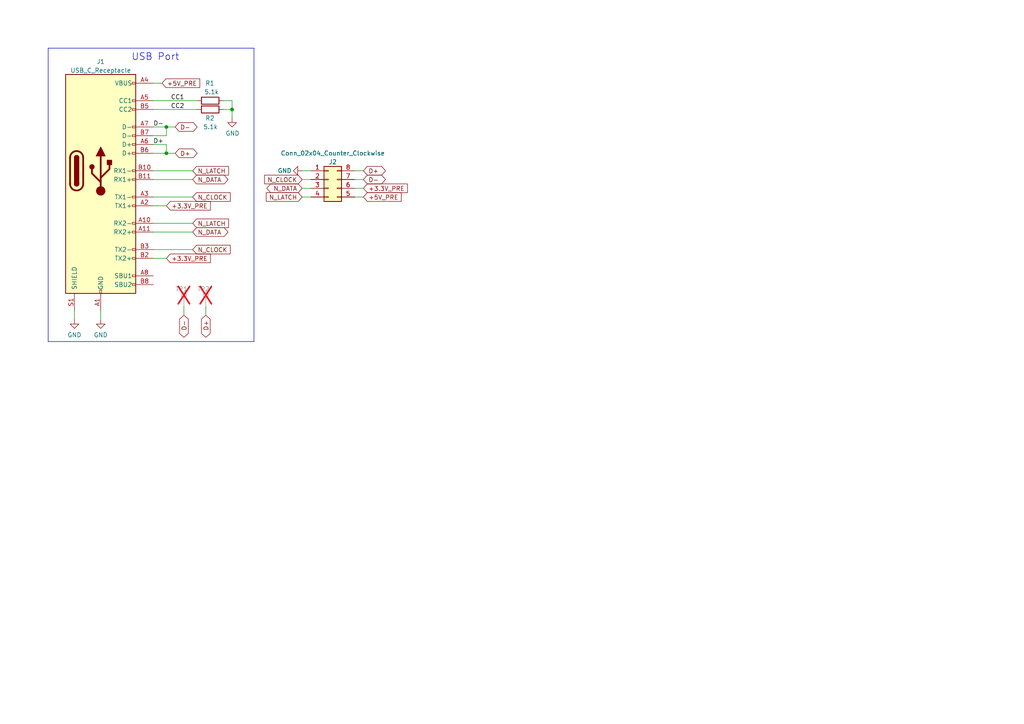
<source format=kicad_sch>
(kicad_sch (version 20230121) (generator eeschema)
  (paper "A4")
  (lib_symbols
    (symbol "Connector:TestPoint" (pin_numbers hide) (pin_names (offset 0.762) hide)
      (property "Reference" "TP" (at 0 6.858 0))
      (property "Value" "TestPoint" (at 0 5.08 0))
      (symbol "TestPoint_0_1"
        (circle (center 0 3.302) (radius 0.762))
      )
      (symbol "TestPoint_1_1"
        (pin passive line (at 0 0 90) (length 2.54) (name "1") (number "1"))
      )
    )
    (symbol "Connector:USB_C_Receptacle" (pin_names (offset 1.016))
      (property "Reference" "J" (at -10.16 29.21 0))
      (property "Value" "USB_C_Receptacle" (at 10.16 29.21 0))
      (symbol "USB_C_Receptacle_0_0"
        (rectangle (start -0.254 -35.56) (end 0.254 -34.544))
        (rectangle (start 10.16 -32.766) (end 9.144 -33.274))
        (rectangle (start 10.16 -30.226) (end 9.144 -30.734))
        (rectangle (start 10.16 -25.146) (end 9.144 -25.654))
        (rectangle (start 10.16 -22.606) (end 9.144 -23.114))
        (rectangle (start 10.16 -17.526) (end 9.144 -18.034))
        (rectangle (start 10.16 -14.986) (end 9.144 -15.494))
        (rectangle (start 10.16 -9.906) (end 9.144 -10.414))
        (rectangle (start 10.16 -7.366) (end 9.144 -7.874))
        (rectangle (start 10.16 -2.286) (end 9.144 -2.794))
        (rectangle (start 10.16 0.254) (end 9.144 -0.254))
        (rectangle (start 10.16 5.334) (end 9.144 4.826))
        (rectangle (start 10.16 7.874) (end 9.144 7.366))
        (rectangle (start 10.16 10.414) (end 9.144 9.906))
        (rectangle (start 10.16 12.954) (end 9.144 12.446))
        (rectangle (start 10.16 18.034) (end 9.144 17.526))
        (rectangle (start 10.16 20.574) (end 9.144 20.066))
        (rectangle (start 10.16 25.654) (end 9.144 25.146))
      )
      (symbol "USB_C_Receptacle_0_1"
        (rectangle (start -10.16 27.94) (end 10.16 -35.56) (stroke (width 0.254)) (fill (type background)))
        (arc (start -8.89 -3.81) (mid -6.985 -5.7067) (end -5.08 -3.81) (stroke (width 0.508)))
        (arc (start -7.62 -3.81) (mid -6.985 -4.4423) (end -6.35 -3.81) (stroke (width 0.254)))
        (arc (start -7.62 -3.81) (mid -6.985 -4.4423) (end -6.35 -3.81) (stroke (width 0.254)) (fill (type outline)))
        (rectangle (start -7.62 -3.81) (end -6.35 3.81) (stroke (width 0.254)) (fill (type outline)))
        (arc (start -6.35 3.81) (mid -6.985 4.4423) (end -7.62 3.81) (stroke (width 0.254)))
        (arc (start -6.35 3.81) (mid -6.985 4.4423) (end -7.62 3.81) (stroke (width 0.254)) (fill (type outline)))
        (arc (start -5.08 3.81) (mid -6.985 5.7067) (end -8.89 3.81) (stroke (width 0.508)))
        (polyline (pts (xy -8.89 -3.81) (xy -8.89 3.81)) (stroke (width 0.508)))
        (polyline (pts (xy -5.08 3.81) (xy -5.08 -3.81)) (stroke (width 0.508)))
      )
      (symbol "USB_C_Receptacle_1_1"
        (circle (center -2.54 1.143) (radius 0.635) (stroke (width 0.254)) (fill (type outline)))
        (circle (center 0 -5.842) (radius 1.27) (fill (type outline)))
        (polyline (pts (xy 0 -5.842) (xy 0 4.318)) (stroke (width 0.508)))
        (polyline (pts (xy 0 -3.302) (xy -2.54 -0.762) (xy -2.54 0.508)) (stroke (width 0.508)))
        (polyline (pts (xy 0 -2.032) (xy 2.54 0.508) (xy 2.54 1.778)) (stroke (width 0.508)))
        (polyline (pts (xy -1.27 4.318) (xy 0 6.858) (xy 1.27 4.318) (xy -1.27 4.318)) (stroke (width 0.254)) (fill (type outline)))
        (rectangle (start 1.905 1.778) (end 3.175 3.048) (stroke (width 0.254)) (fill (type outline)))
        (pin passive line (at 0 -40.64 90) (length 5.08) (name "GND") (number "A1"))
        (pin bidirectional line (at 15.24 -15.24 180) (length 5.08) (name "RX2-") (number "A10"))
        (pin bidirectional line (at 15.24 -17.78 180) (length 5.08) (name "RX2+") (number "A11"))
        (pin passive line (at 0 -40.64 90) (length 5.08) hide (name "GND") (number "A12"))
        (pin bidirectional line (at 15.24 -10.16 180) (length 5.08) (name "TX1+") (number "A2"))
        (pin bidirectional line (at 15.24 -7.62 180) (length 5.08) (name "TX1-") (number "A3"))
        (pin passive line (at 15.24 25.4 180) (length 5.08) (name "VBUS") (number "A4"))
        (pin bidirectional line (at 15.24 20.32 180) (length 5.08) (name "CC1") (number "A5"))
        (pin bidirectional line (at 15.24 7.62 180) (length 5.08) (name "D+") (number "A6"))
        (pin bidirectional line (at 15.24 12.7 180) (length 5.08) (name "D-") (number "A7"))
        (pin bidirectional line (at 15.24 -30.48 180) (length 5.08) (name "SBU1") (number "A8"))
        (pin passive line (at 15.24 25.4 180) (length 5.08) hide (name "VBUS") (number "A9"))
        (pin passive line (at 0 -40.64 90) (length 5.08) hide (name "GND") (number "B1"))
        (pin bidirectional line (at 15.24 0 180) (length 5.08) (name "RX1-") (number "B10"))
        (pin bidirectional line (at 15.24 -2.54 180) (length 5.08) (name "RX1+") (number "B11"))
        (pin passive line (at 0 -40.64 90) (length 5.08) hide (name "GND") (number "B12"))
        (pin bidirectional line (at 15.24 -25.4 180) (length 5.08) (name "TX2+") (number "B2"))
        (pin bidirectional line (at 15.24 -22.86 180) (length 5.08) (name "TX2-") (number "B3"))
        (pin passive line (at 15.24 25.4 180) (length 5.08) hide (name "VBUS") (number "B4"))
        (pin bidirectional line (at 15.24 17.78 180) (length 5.08) (name "CC2") (number "B5"))
        (pin bidirectional line (at 15.24 5.08 180) (length 5.08) (name "D+") (number "B6"))
        (pin bidirectional line (at 15.24 10.16 180) (length 5.08) (name "D-") (number "B7"))
        (pin bidirectional line (at 15.24 -33.02 180) (length 5.08) (name "SBU2") (number "B8"))
        (pin passive line (at 15.24 25.4 180) (length 5.08) hide (name "VBUS") (number "B9"))
        (pin passive line (at -7.62 -40.64 90) (length 5.08) (name "SHIELD") (number "S1"))
      )
    )
    (symbol "Connector_Generic:Conn_02x04_Counter_Clockwise" (pin_names (offset 1.016) hide)
      (property "Reference" "J" (at 1.27 5.08 0))
      (property "Value" "Conn_02x04_Counter_Clockwise" (at 1.27 -7.62 0))
      (symbol "Conn_02x04_Counter_Clockwise_1_1"
        (rectangle (start -1.27 -4.953) (end 0 -5.207) (stroke (width 0.1524)))
        (rectangle (start -1.27 -2.413) (end 0 -2.667) (stroke (width 0.1524)))
        (rectangle (start -1.27 0.127) (end 0 -0.127) (stroke (width 0.1524)))
        (rectangle (start -1.27 2.667) (end 0 2.413) (stroke (width 0.1524)))
        (rectangle (start -1.27 3.81) (end 3.81 -6.35) (stroke (width 0.254)) (fill (type background)))
        (rectangle (start 3.81 -4.953) (end 2.54 -5.207) (stroke (width 0.1524)))
        (rectangle (start 3.81 -2.413) (end 2.54 -2.667) (stroke (width 0.1524)))
        (rectangle (start 3.81 0.127) (end 2.54 -0.127) (stroke (width 0.1524)))
        (rectangle (start 3.81 2.667) (end 2.54 2.413) (stroke (width 0.1524)))
        (pin passive line (at -5.08 2.54 0) (length 3.81) (name "Pin_1") (number "1"))
        (pin passive line (at -5.08 0 0) (length 3.81) (name "Pin_2") (number "2"))
        (pin passive line (at -5.08 -2.54 0) (length 3.81) (name "Pin_3") (number "3"))
        (pin passive line (at -5.08 -5.08 0) (length 3.81) (name "Pin_4") (number "4"))
        (pin passive line (at 7.62 -5.08 180) (length 3.81) (name "Pin_5") (number "5"))
        (pin passive line (at 7.62 -2.54 180) (length 3.81) (name "Pin_6") (number "6"))
        (pin passive line (at 7.62 0 180) (length 3.81) (name "Pin_7") (number "7"))
        (pin passive line (at 7.62 2.54 180) (length 3.81) (name "Pin_8") (number "8"))
      )
    )
    (symbol "Device:R" (pin_numbers hide) (pin_names (offset 0))
      (property "Reference" "R" (at 2.032 0 90))
      (property "Value" "R" (at 0 0 90))
      (symbol "R_0_1"
        (rectangle (start -1.016 -2.54) (end 1.016 2.54) (stroke (width 0.254)))
      )
      (symbol "R_1_1"
        (pin passive line (at 0 3.81 270) (length 1.27) (name "~") (number "1"))
        (pin passive line (at 0 -3.81 90) (length 1.27) (name "~") (number "2"))
      )
    )
    (symbol "power:GND" (power) (pin_names (offset 0))
      (property "Value" "GND" (at 0 -3.81 0))
      (symbol "GND_0_1"
        (polyline (pts (xy 0 0) (xy 0 -1.27) (xy 1.27 -1.27) (xy 0 -2.54) (xy -1.27 -1.27) (xy 0 -1.27)))
      )
      (symbol "GND_1_1"
        (pin power_in line (at 0 0 270) (length 0) hide (name "GND") (number "1"))
      )
    )
  )
  (junction (at 48.26 44.45))
  (junction (at 48.26 36.83))
  (junction (at 67.31 31.75))
  (wire (pts (xy 44.45 24.13) (xy 46.99 24.13)))
  (wire (pts (xy 44.45 57.15) (xy 55.88 57.15)))
  (polyline (pts (xy 73.66 13.97) (xy 73.66 99.06)))
  (wire (pts (xy 44.45 39.37) (xy 48.26 39.37)))
  (wire (pts (xy 102.87 49.53) (xy 105.41 49.53)))
  (wire (pts (xy 29.21 90.17) (xy 29.21 92.71)))
  (wire (pts (xy 87.63 49.53) (xy 90.17 49.53)))
  (wire (pts (xy 44.45 29.21) (xy 57.15 29.21)))
  (wire (pts (xy 87.63 52.07) (xy 90.17 52.07)))
  (polyline (pts (xy 13.97 13.97) (xy 13.97 99.06)))
  (wire (pts (xy 44.45 31.75) (xy 57.15 31.75)))
  (wire (pts (xy 48.26 44.45) (xy 50.8 44.45)))
  (wire (pts (xy 48.26 36.83) (xy 50.8 36.83)))
  (wire (pts (xy 48.26 41.91) (xy 48.26 44.45)))
  (wire (pts (xy 64.77 29.21) (xy 67.31 29.21)))
  (wire (pts (xy 102.87 52.07) (xy 105.41 52.07)))
  (wire (pts (xy 102.87 57.15) (xy 105.41 57.15)))
  (wire (pts (xy 44.45 64.77) (xy 55.88 64.77)))
  (wire (pts (xy 102.87 54.61) (xy 105.41 54.61)))
  (wire (pts (xy 67.31 29.21) (xy 67.31 31.75)))
  (wire (pts (xy 44.45 74.93) (xy 48.26 74.93)))
  (wire (pts (xy 21.59 90.17) (xy 21.59 92.71)))
  (wire (pts (xy 44.45 67.31) (xy 55.88 67.31)))
  (wire (pts (xy 64.77 31.75) (xy 67.31 31.75)))
  (wire (pts (xy 87.63 54.61) (xy 90.17 54.61)))
  (wire (pts (xy 44.45 44.45) (xy 48.26 44.45)))
  (wire (pts (xy 44.45 36.83) (xy 48.26 36.83)))
  (wire (pts (xy 44.45 52.07) (xy 55.88 52.07)))
  (wire (pts (xy 44.45 49.53) (xy 55.88 49.53)))
  (polyline (pts (xy 13.97 13.97) (xy 73.66 13.97)))
  (wire (pts (xy 48.26 39.37) (xy 48.26 36.83)))
  (wire (pts (xy 59.69 88.9) (xy 59.69 91.44)))
  (wire (pts (xy 44.45 72.39) (xy 55.88 72.39)))
  (wire (pts (xy 53.34 88.9) (xy 53.34 91.44)))
  (polyline (pts (xy 73.66 99.06) (xy 13.97 99.06)))
  (wire (pts (xy 44.45 59.69) (xy 48.26 59.69)))
  (wire (pts (xy 67.31 31.75) (xy 67.31 34.29)))
  (wire (pts (xy 87.63 57.15) (xy 90.17 57.15)))
  (wire (pts (xy 44.45 41.91) (xy 48.26 41.91)))
  (text "USB Port" (at 38.1 17.78 0) (effects (font (size 2.0066 2.0066)) (justify left bottom)))
  (label "D-" (at 44.45 36.83 0))
  (label "D+" (at 44.45 41.91 0))
  (label "CC1" (at 49.53 29.21 0))
  (label "CC2" (at 49.53 31.75 0))
  (global_label "N_LATCH" (shape input) (at 87.63 57.15 180) (property "Intersheetrefs" "${INTERSHEET_REFS}" (effects hide)))
  (global_label "D+" (shape bidirectional) (at 105.41 49.53 0) (property "Intersheetrefs" "${INTERSHEET_REFS}" (effects hide)))
  (global_label "+3.3V_PRE" (shape input) (at 48.26 59.69 0) (property "Intersheetrefs" "${INTERSHEET_REFS}" (effects hide)))
  (global_label "N_CLOCK" (shape input) (at 55.88 72.39 0) (property "Intersheetrefs" "${INTERSHEET_REFS}" (effects hide)))
  (global_label "+3.3V_PRE" (shape input) (at 48.26 74.93 0) (property "Intersheetrefs" "${INTERSHEET_REFS}" (effects hide)))
  (global_label "N_LATCH" (shape input) (at 55.88 64.77 0) (property "Intersheetrefs" "${INTERSHEET_REFS}" (effects hide)))
  (global_label "N_DATA" (shape bidirectional) (at 55.88 52.07 0) (property "Intersheetrefs" "${INTERSHEET_REFS}" (effects hide)))
  (global_label "+3.3V_PRE" (shape input) (at 105.41 54.61 0) (property "Intersheetrefs" "${INTERSHEET_REFS}" (effects hide)))
  (global_label "D-" (shape bidirectional) (at 50.8 36.83 0) (property "Intersheetrefs" "${INTERSHEET_REFS}" (effects hide)))
  (global_label "N_CLOCK" (shape input) (at 87.63 52.07 180) (property "Intersheetrefs" "${INTERSHEET_REFS}" (effects hide)))
  (global_label "D+" (shape bidirectional) (at 59.69 91.44 270) (property "Intersheetrefs" "${INTERSHEET_REFS}" (effects hide)))
  (global_label "+5V_PRE" (shape input) (at 105.41 57.15 0) (property "Intersheetrefs" "${INTERSHEET_REFS}" (effects hide)))
  (global_label "+5V_PRE" (shape input) (at 46.99 24.13 0) (property "Intersheetrefs" "${INTERSHEET_REFS}" (effects hide)))
  (global_label "D+" (shape bidirectional) (at 50.8 44.45 0) (property "Intersheetrefs" "${INTERSHEET_REFS}" (effects hide)))
  (global_label "D-" (shape bidirectional) (at 105.41 52.07 0) (property "Intersheetrefs" "${INTERSHEET_REFS}" (effects hide)))
  (global_label "N_DATA" (shape bidirectional) (at 87.63 54.61 180) (property "Intersheetrefs" "${INTERSHEET_REFS}" (effects hide)))
  (global_label "N_CLOCK" (shape input) (at 55.88 57.15 0) (property "Intersheetrefs" "${INTERSHEET_REFS}" (effects hide)))
  (global_label "N_LATCH" (shape input) (at 55.88 49.53 0) (property "Intersheetrefs" "${INTERSHEET_REFS}" (effects hide)))
  (global_label "D-" (shape bidirectional) (at 53.34 91.44 270) (property "Intersheetrefs" "${INTERSHEET_REFS}" (effects hide)))
  (global_label "N_DATA" (shape bidirectional) (at 55.88 67.31 0) (property "Intersheetrefs" "${INTERSHEET_REFS}" (effects hide)))
  (symbol (lib_id "Connector:TestPoint") (at 59.69 88.9 0) (unit 1) (in_bom no) (dnp yes)
    (property "Reference" "TP2" (at 57.15 83.82 0) (effects (justify left)))
    (property "Value" "TestPoint" (effects hide))
    (property "Footprint" "TestPoint:TestPoint_Pad_D1.5mm" (effects hide))
  )
  (symbol (lib_id "Connector:USB_C_Receptacle") (at 29.21 49.53 0) (unit 1)
    (property "Reference" "J1" (at 29.21 17.8902 0))
    (property "Value" "USB_C_Receptacle" (at 29.21 20.4271 0))
    (property "Footprint" "uniphob_footprints:Shou Han Type-C 24P QCHT" (effects hide))
    (property "Datasheet" "https://www.usb.org/sites/default/files/documents/usb_type-c.zip" (effects hide))
    (property "MPN" "Shou Han Type-C 24P QCHT" (effects hide))
  )
  (symbol (lib_id "Device:R") (at 60.96 29.21 90) (unit 1)
    (property "Reference" "R1" (at 62.23 24.13 90) (effects (justify left)))
    (property "Value" "5.1k" (at 63.5 26.67 90) (effects (justify left)))
    (property "Footprint" "Resistor_SMD:R_0603_1608Metric_Pad0.98x0.95mm_HandSolder" (effects hide))
  )
  (symbol (lib_id "Connector:TestPoint") (at 53.34 88.9 0) (unit 1) (in_bom no) (dnp yes)
    (property "Reference" "TP1" (at 50.8 83.82 0) (effects (justify left)))
    (property "Value" "TestPoint" (effects hide))
    (property "Footprint" "TestPoint:TestPoint_Pad_D1.5mm" (effects hide))
  )
  (symbol (lib_id "power:GND") (at 87.63 49.53 270) (unit 1)
    (property "Reference" "#PWR04" (effects hide))
    (property "Value" "GND" (at 82.55 49.53 90))
  )
  (symbol (lib_id "Device:R") (at 60.96 31.75 90) (unit 1)
    (property "Reference" "R2" (at 62.23 34.29 90) (effects (justify left)))
    (property "Value" "5.1k" (at 63.1906 36.8024 90) (effects (justify left)))
    (property "Footprint" "Resistor_SMD:R_0603_1608Metric_Pad0.98x0.95mm_HandSolder" (effects hide))
  )
  (symbol (lib_id "power:GND") (at 67.31 34.29 0) (unit 1)
    (property "Reference" "#PWR03" (effects hide))
    (property "Value" "GND" (at 67.437 38.6842 0))
  )
  (symbol (lib_id "power:GND") (at 29.21 92.71 0) (unit 1)
    (property "Reference" "#PWR02" (effects hide))
    (property "Value" "GND" (at 29.21 97.155 0))
  )
  (symbol (lib_id "power:GND") (at 21.59 92.71 0) (unit 1)
    (property "Reference" "#PWR01" (effects hide))
    (property "Value" "GND" (at 21.59 97.155 0))
  )
  (symbol (lib_id "Connector_Generic:Conn_02x04_Counter_Clockwise") (at 95.25 52.07 0) (unit 1)
    (property "Reference" "J2" (at 96.52 46.99 0))
    (property "Value" "Conn_02x04_Counter_Clockwise" (at 96.52 44.45 0))
    (property "Footprint" "Connector_PinSocket_2.00mm:PinSocket_2x04_P2.00mm_Vertical" (effects hide))
  )
)
</source>
